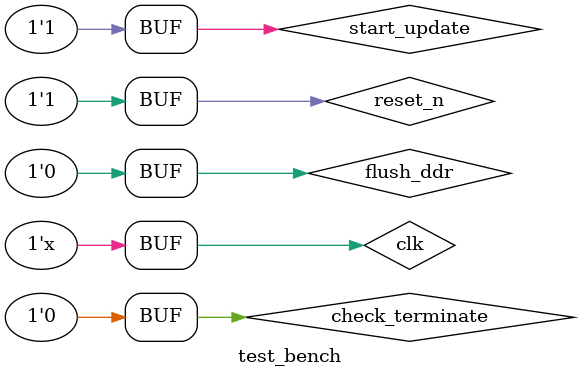
<source format=v>
`timescale 1ns/1ps

`define TEST2
module test_bench;

function integer log2;
      input integer number;
      begin
         log2=0;
         while(2**log2<number) begin
            log2=log2+1;
         end
      end
endfunction // log2

wire [255:0] user_buffer_data;
wire user_data_available;
wire user_read_buffer;
reg start_update;
reg clk, reset_n;
reg flush_ddr;
wire [31:0] accum_value;
wire wr_done;
reg check_terminate;
initial
#0 clk = 1'b0;

initial begin
#0 reset_n = 1'b0;
#0 check_terminate = 1'b0;
#0  start_update = 1'b0;
#0  flush_ddr = 1'b0;
#20 reset_n = 1'b1;
#80 start_update = 1'b1;
//#100000 start_update = 1'b0;
//#100 check_terminate = 1'b1; 
//#20 check_terminate = 1'b0;
//#1000000 check_terminate = 1'b1; 
//#20 check_terminate = 1'b0;
//#1000000 check_terminate = 1'b1; 
//#20 check_terminate = 1'b0;

//#100000 start_update = 1'b0;



//#120 flush_ddr = 1'b1;
//#140 flush_ddr = 1'b0;

//#18000 flush_ddr = 1'b1;
//#20 flush_ddr = 1'b0;
//#18000 flush_ddr = 1'b1;
//#20 flush_ddr = 1'b0;
end

always
#10 clk = ~clk;

/*
test test (
                .compute_system_0_pause_update_export (1'b0),                  //                  compute_system_0_pause_update.export
                .compute_system_0_netfpga_out_rdy_export (1'b1),               //               compute_system_0_netfpga_out_rdy.export
                .compute_system_0_user_data_available(user_data_available),                  //                          compute_system_0_user.data_available
                .compute_system_0_user_read_buffer(user_read_buffer),                     //                                               .read_buffer
                .compute_system_0_user_buffer_data(user_buffer_data),                     //                                               .buffer_data
                .reset_reset_n(reset_n),                                         //                                          reset.reset_n
                .clk_clk(clk),                                               //                                            clk.clk
                .master_template_0_user_read_buffer(user_read_buffer),                    //                         master_template_0_user.read_buffer
                .master_template_0_user_buffer_output_data(user_buffer_data),             //                                               .buffer_output_data
                .master_template_0_user_data_available(user_data_available),                 //                                               .data_available
                .compute_system_0_start_update_export(start),                  //                  compute_system_0_start_update.export
                .compute_system_0_accumulator_local_waitrequest_export(1'b0)  // compute_system_0_accumulator_local_waitrequest.export
        );
		  */
		  
DE4_SOPC de4_sopc(
		.reset_n (reset_n),                                       //                   ext_clk_clk_in_reset.reset_n
		//.dram_read_dram_flush_export (flush_ddr),             //             compute_system_0_flush_ddr.export
		//.compute_system_0_iteration_accum_value_export (accum_value), // compute_system_0_iteration_accum_value.export
		//.compute_system_0_netfpga_if_wr_done (wr_done),           //            compute_system_0_netfpga_if.wr_done
		//.compute_system_0_netfpga_if_worker_id (),         //                                       .worker_id
		//.compute_system_0_netfpga_if_data (),              //                                       .data
		//.compute_system_0_netfpga_if_wr(),                //                                       .wr
		//.compute_system_0_netfpga_if_rdy (1'b1),               //                                       .rdy
		.ext_clk_clk_in_clk (clk),                            //                         ext_clk_clk_in.clk
		.compute_system_0_start_update_export(start_update)           //          compute_system_0_start_update.export
		//.ethernet_port_interface_0_check_terminate_export(check_terminate)
	);		  
		  







endmodule

</source>
